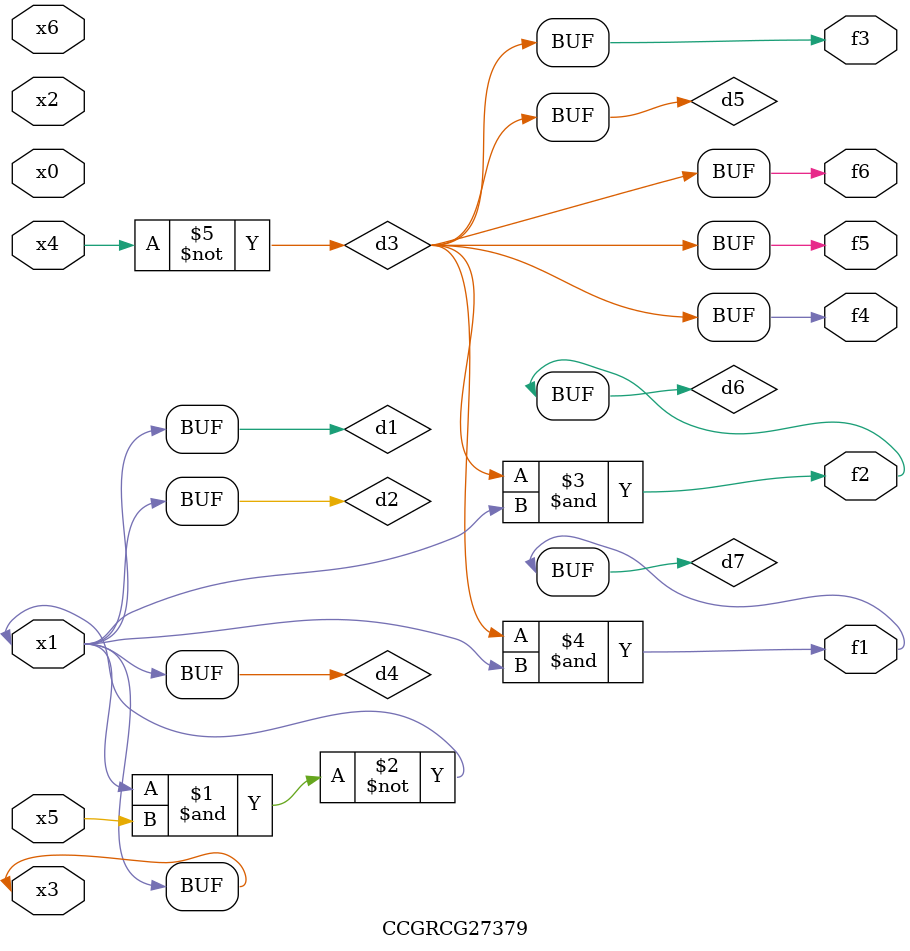
<source format=v>
module CCGRCG27379(
	input x0, x1, x2, x3, x4, x5, x6,
	output f1, f2, f3, f4, f5, f6
);

	wire d1, d2, d3, d4, d5, d6, d7;

	buf (d1, x1, x3);
	nand (d2, x1, x5);
	not (d3, x4);
	buf (d4, d1, d2);
	buf (d5, d3);
	and (d6, d3, d4);
	and (d7, d3, d4);
	assign f1 = d7;
	assign f2 = d6;
	assign f3 = d5;
	assign f4 = d5;
	assign f5 = d5;
	assign f6 = d5;
endmodule

</source>
